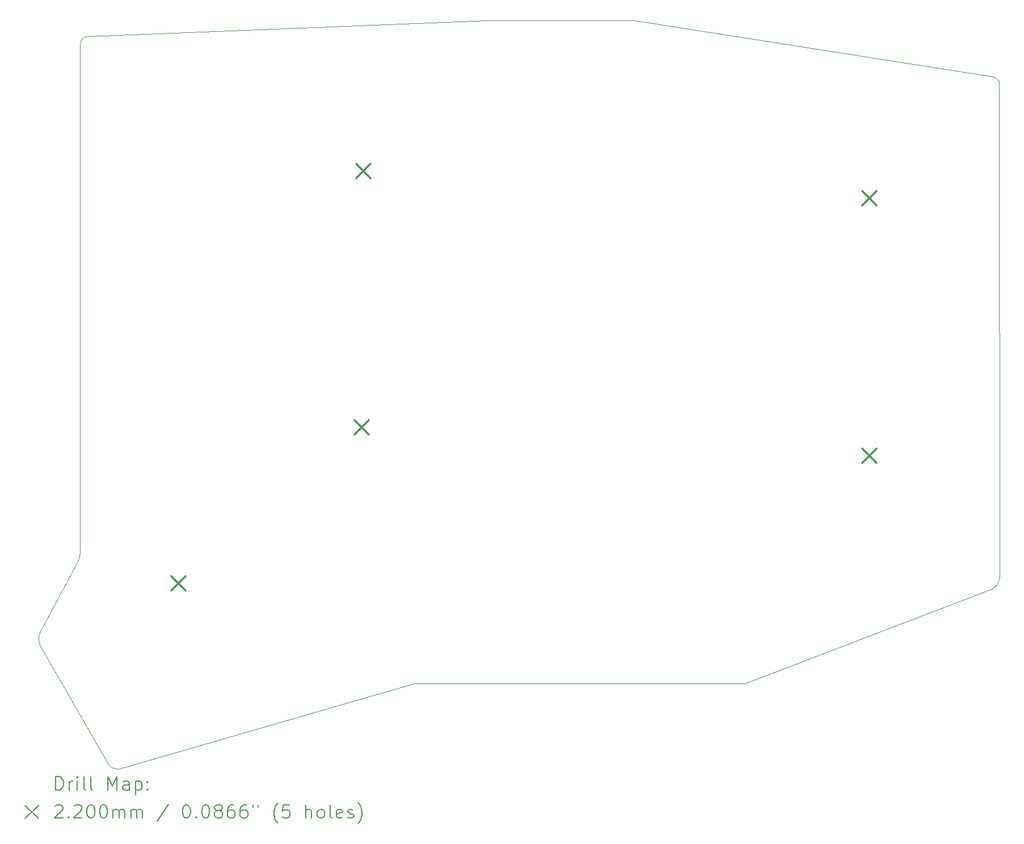
<source format=gbr>
%FSLAX45Y45*%
G04 Gerber Fmt 4.5, Leading zero omitted, Abs format (unit mm)*
G04 Created by KiCad (PCBNEW (6.0.5)) date 2022-12-06 20:45:59*
%MOMM*%
%LPD*%
G01*
G04 APERTURE LIST*
%TA.AperFunction,Profile*%
%ADD10C,0.100000*%
%TD*%
%TA.AperFunction,Profile*%
%ADD11C,0.110000*%
%TD*%
%ADD12C,0.200000*%
%ADD13C,0.220000*%
G04 APERTURE END LIST*
D10*
X22538108Y-4400141D02*
X22546748Y-4418227D01*
X9264720Y-14620360D02*
X8239720Y-12840360D01*
X17104720Y-3500360D02*
X22457264Y-4344875D01*
X8837246Y-11440360D02*
X8829720Y-11505360D01*
X9344720Y-14665360D02*
X9399720Y-14675360D01*
X8224720Y-12790360D02*
X8219720Y-12730360D01*
X9299720Y-14650360D02*
X9344720Y-14665360D01*
X22477431Y-4350038D02*
X22495907Y-4358507D01*
X22450421Y-11987526D02*
X18759720Y-13400360D01*
X8829720Y-11505360D02*
X8809720Y-11565360D01*
X8219720Y-12730360D02*
X8219720Y-12690360D01*
X9264720Y-14620360D02*
X9299720Y-14650360D01*
X22457264Y-4344875D02*
X22477431Y-4350038D01*
X22554038Y-4458550D02*
X22557620Y-11810360D01*
X22552158Y-4437817D02*
X22554038Y-4458550D01*
X8229720Y-12640360D02*
X8809720Y-11565360D01*
X22546748Y-4418227D02*
X22552158Y-4437817D01*
X14909720Y-3500360D02*
X8952462Y-3741306D01*
X13825133Y-13400360D02*
X18759720Y-13400360D01*
X8239720Y-12840360D02*
X8224720Y-12790360D01*
X8219720Y-12690360D02*
X8229720Y-12640360D01*
X13825133Y-13400360D02*
X9399720Y-14675360D01*
X22512382Y-4369920D02*
X22526552Y-4383918D01*
X14909720Y-3500360D02*
X17104720Y-3500360D01*
X22526552Y-4383918D02*
X22538108Y-4400141D01*
X8837246Y-11440360D02*
X8837262Y-3856509D01*
X22495907Y-4358507D02*
X22512382Y-4369920D01*
X8837262Y-3856509D02*
X8839602Y-3833292D01*
D11*
X22450422Y-11987527D02*
G75*
G03*
X22557620Y-11810360I-92672J177087D01*
G01*
D10*
X8907620Y-3750360D02*
X8929244Y-3743647D01*
X8871002Y-3775049D02*
X8888052Y-3760981D01*
X8888052Y-3760981D02*
X8907620Y-3750360D01*
X8839602Y-3833292D02*
X8846314Y-3811667D01*
X8856935Y-3792098D02*
X8871002Y-3775049D01*
X8929244Y-3743647D02*
X8952462Y-3741306D01*
X8846314Y-3811667D02*
X8856935Y-3792098D01*
D12*
D13*
X10190000Y-11790000D02*
X10410000Y-12010000D01*
X10410000Y-11790000D02*
X10190000Y-12010000D01*
X12925500Y-9467500D02*
X13145500Y-9687500D01*
X13145500Y-9467500D02*
X12925500Y-9687500D01*
X12945500Y-5639500D02*
X13165500Y-5859500D01*
X13165500Y-5639500D02*
X12945500Y-5859500D01*
X20499720Y-6040360D02*
X20719720Y-6260360D01*
X20719720Y-6040360D02*
X20499720Y-6260360D01*
X20499720Y-9890360D02*
X20719720Y-10110360D01*
X20719720Y-9890360D02*
X20499720Y-10110360D01*
D12*
X8472339Y-14990836D02*
X8472339Y-14790836D01*
X8519958Y-14790836D01*
X8548530Y-14800360D01*
X8567577Y-14819408D01*
X8577101Y-14838455D01*
X8586625Y-14876550D01*
X8586625Y-14905122D01*
X8577101Y-14943217D01*
X8567577Y-14962265D01*
X8548530Y-14981312D01*
X8519958Y-14990836D01*
X8472339Y-14990836D01*
X8672339Y-14990836D02*
X8672339Y-14857503D01*
X8672339Y-14895598D02*
X8681863Y-14876550D01*
X8691387Y-14867027D01*
X8710434Y-14857503D01*
X8729482Y-14857503D01*
X8796149Y-14990836D02*
X8796149Y-14857503D01*
X8796149Y-14790836D02*
X8786625Y-14800360D01*
X8796149Y-14809884D01*
X8805672Y-14800360D01*
X8796149Y-14790836D01*
X8796149Y-14809884D01*
X8919958Y-14990836D02*
X8900910Y-14981312D01*
X8891387Y-14962265D01*
X8891387Y-14790836D01*
X9024720Y-14990836D02*
X9005672Y-14981312D01*
X8996149Y-14962265D01*
X8996149Y-14790836D01*
X9253291Y-14990836D02*
X9253291Y-14790836D01*
X9319958Y-14933693D01*
X9386625Y-14790836D01*
X9386625Y-14990836D01*
X9567577Y-14990836D02*
X9567577Y-14886074D01*
X9558053Y-14867027D01*
X9539006Y-14857503D01*
X9500910Y-14857503D01*
X9481863Y-14867027D01*
X9567577Y-14981312D02*
X9548530Y-14990836D01*
X9500910Y-14990836D01*
X9481863Y-14981312D01*
X9472339Y-14962265D01*
X9472339Y-14943217D01*
X9481863Y-14924169D01*
X9500910Y-14914646D01*
X9548530Y-14914646D01*
X9567577Y-14905122D01*
X9662815Y-14857503D02*
X9662815Y-15057503D01*
X9662815Y-14867027D02*
X9681863Y-14857503D01*
X9719958Y-14857503D01*
X9739006Y-14867027D01*
X9748530Y-14876550D01*
X9758053Y-14895598D01*
X9758053Y-14952741D01*
X9748530Y-14971788D01*
X9739006Y-14981312D01*
X9719958Y-14990836D01*
X9681863Y-14990836D01*
X9662815Y-14981312D01*
X9843768Y-14971788D02*
X9853291Y-14981312D01*
X9843768Y-14990836D01*
X9834244Y-14981312D01*
X9843768Y-14971788D01*
X9843768Y-14990836D01*
X9843768Y-14867027D02*
X9853291Y-14876550D01*
X9843768Y-14886074D01*
X9834244Y-14876550D01*
X9843768Y-14867027D01*
X9843768Y-14886074D01*
X8014720Y-15220360D02*
X8214720Y-15420360D01*
X8214720Y-15220360D02*
X8014720Y-15420360D01*
X8462815Y-15229884D02*
X8472339Y-15220360D01*
X8491387Y-15210836D01*
X8539006Y-15210836D01*
X8558053Y-15220360D01*
X8567577Y-15229884D01*
X8577101Y-15248931D01*
X8577101Y-15267979D01*
X8567577Y-15296550D01*
X8453291Y-15410836D01*
X8577101Y-15410836D01*
X8662815Y-15391788D02*
X8672339Y-15401312D01*
X8662815Y-15410836D01*
X8653291Y-15401312D01*
X8662815Y-15391788D01*
X8662815Y-15410836D01*
X8748530Y-15229884D02*
X8758053Y-15220360D01*
X8777101Y-15210836D01*
X8824720Y-15210836D01*
X8843768Y-15220360D01*
X8853291Y-15229884D01*
X8862815Y-15248931D01*
X8862815Y-15267979D01*
X8853291Y-15296550D01*
X8739006Y-15410836D01*
X8862815Y-15410836D01*
X8986625Y-15210836D02*
X9005672Y-15210836D01*
X9024720Y-15220360D01*
X9034244Y-15229884D01*
X9043768Y-15248931D01*
X9053291Y-15287027D01*
X9053291Y-15334646D01*
X9043768Y-15372741D01*
X9034244Y-15391788D01*
X9024720Y-15401312D01*
X9005672Y-15410836D01*
X8986625Y-15410836D01*
X8967577Y-15401312D01*
X8958053Y-15391788D01*
X8948530Y-15372741D01*
X8939006Y-15334646D01*
X8939006Y-15287027D01*
X8948530Y-15248931D01*
X8958053Y-15229884D01*
X8967577Y-15220360D01*
X8986625Y-15210836D01*
X9177101Y-15210836D02*
X9196149Y-15210836D01*
X9215196Y-15220360D01*
X9224720Y-15229884D01*
X9234244Y-15248931D01*
X9243768Y-15287027D01*
X9243768Y-15334646D01*
X9234244Y-15372741D01*
X9224720Y-15391788D01*
X9215196Y-15401312D01*
X9196149Y-15410836D01*
X9177101Y-15410836D01*
X9158053Y-15401312D01*
X9148530Y-15391788D01*
X9139006Y-15372741D01*
X9129482Y-15334646D01*
X9129482Y-15287027D01*
X9139006Y-15248931D01*
X9148530Y-15229884D01*
X9158053Y-15220360D01*
X9177101Y-15210836D01*
X9329482Y-15410836D02*
X9329482Y-15277503D01*
X9329482Y-15296550D02*
X9339006Y-15287027D01*
X9358053Y-15277503D01*
X9386625Y-15277503D01*
X9405672Y-15287027D01*
X9415196Y-15306074D01*
X9415196Y-15410836D01*
X9415196Y-15306074D02*
X9424720Y-15287027D01*
X9443768Y-15277503D01*
X9472339Y-15277503D01*
X9491387Y-15287027D01*
X9500910Y-15306074D01*
X9500910Y-15410836D01*
X9596149Y-15410836D02*
X9596149Y-15277503D01*
X9596149Y-15296550D02*
X9605672Y-15287027D01*
X9624720Y-15277503D01*
X9653291Y-15277503D01*
X9672339Y-15287027D01*
X9681863Y-15306074D01*
X9681863Y-15410836D01*
X9681863Y-15306074D02*
X9691387Y-15287027D01*
X9710434Y-15277503D01*
X9739006Y-15277503D01*
X9758053Y-15287027D01*
X9767577Y-15306074D01*
X9767577Y-15410836D01*
X10158053Y-15201312D02*
X9986625Y-15458455D01*
X10415196Y-15210836D02*
X10434244Y-15210836D01*
X10453291Y-15220360D01*
X10462815Y-15229884D01*
X10472339Y-15248931D01*
X10481863Y-15287027D01*
X10481863Y-15334646D01*
X10472339Y-15372741D01*
X10462815Y-15391788D01*
X10453291Y-15401312D01*
X10434244Y-15410836D01*
X10415196Y-15410836D01*
X10396149Y-15401312D01*
X10386625Y-15391788D01*
X10377101Y-15372741D01*
X10367577Y-15334646D01*
X10367577Y-15287027D01*
X10377101Y-15248931D01*
X10386625Y-15229884D01*
X10396149Y-15220360D01*
X10415196Y-15210836D01*
X10567577Y-15391788D02*
X10577101Y-15401312D01*
X10567577Y-15410836D01*
X10558053Y-15401312D01*
X10567577Y-15391788D01*
X10567577Y-15410836D01*
X10700910Y-15210836D02*
X10719958Y-15210836D01*
X10739006Y-15220360D01*
X10748530Y-15229884D01*
X10758053Y-15248931D01*
X10767577Y-15287027D01*
X10767577Y-15334646D01*
X10758053Y-15372741D01*
X10748530Y-15391788D01*
X10739006Y-15401312D01*
X10719958Y-15410836D01*
X10700910Y-15410836D01*
X10681863Y-15401312D01*
X10672339Y-15391788D01*
X10662815Y-15372741D01*
X10653291Y-15334646D01*
X10653291Y-15287027D01*
X10662815Y-15248931D01*
X10672339Y-15229884D01*
X10681863Y-15220360D01*
X10700910Y-15210836D01*
X10881863Y-15296550D02*
X10862815Y-15287027D01*
X10853291Y-15277503D01*
X10843768Y-15258455D01*
X10843768Y-15248931D01*
X10853291Y-15229884D01*
X10862815Y-15220360D01*
X10881863Y-15210836D01*
X10919958Y-15210836D01*
X10939006Y-15220360D01*
X10948530Y-15229884D01*
X10958053Y-15248931D01*
X10958053Y-15258455D01*
X10948530Y-15277503D01*
X10939006Y-15287027D01*
X10919958Y-15296550D01*
X10881863Y-15296550D01*
X10862815Y-15306074D01*
X10853291Y-15315598D01*
X10843768Y-15334646D01*
X10843768Y-15372741D01*
X10853291Y-15391788D01*
X10862815Y-15401312D01*
X10881863Y-15410836D01*
X10919958Y-15410836D01*
X10939006Y-15401312D01*
X10948530Y-15391788D01*
X10958053Y-15372741D01*
X10958053Y-15334646D01*
X10948530Y-15315598D01*
X10939006Y-15306074D01*
X10919958Y-15296550D01*
X11129482Y-15210836D02*
X11091387Y-15210836D01*
X11072339Y-15220360D01*
X11062815Y-15229884D01*
X11043768Y-15258455D01*
X11034244Y-15296550D01*
X11034244Y-15372741D01*
X11043768Y-15391788D01*
X11053291Y-15401312D01*
X11072339Y-15410836D01*
X11110434Y-15410836D01*
X11129482Y-15401312D01*
X11139006Y-15391788D01*
X11148530Y-15372741D01*
X11148530Y-15325122D01*
X11139006Y-15306074D01*
X11129482Y-15296550D01*
X11110434Y-15287027D01*
X11072339Y-15287027D01*
X11053291Y-15296550D01*
X11043768Y-15306074D01*
X11034244Y-15325122D01*
X11319958Y-15210836D02*
X11281863Y-15210836D01*
X11262815Y-15220360D01*
X11253291Y-15229884D01*
X11234244Y-15258455D01*
X11224720Y-15296550D01*
X11224720Y-15372741D01*
X11234244Y-15391788D01*
X11243768Y-15401312D01*
X11262815Y-15410836D01*
X11300910Y-15410836D01*
X11319958Y-15401312D01*
X11329482Y-15391788D01*
X11339006Y-15372741D01*
X11339006Y-15325122D01*
X11329482Y-15306074D01*
X11319958Y-15296550D01*
X11300910Y-15287027D01*
X11262815Y-15287027D01*
X11243768Y-15296550D01*
X11234244Y-15306074D01*
X11224720Y-15325122D01*
X11415196Y-15210836D02*
X11415196Y-15248931D01*
X11491387Y-15210836D02*
X11491387Y-15248931D01*
X11786625Y-15487027D02*
X11777101Y-15477503D01*
X11758053Y-15448931D01*
X11748529Y-15429884D01*
X11739006Y-15401312D01*
X11729482Y-15353693D01*
X11729482Y-15315598D01*
X11739006Y-15267979D01*
X11748529Y-15239408D01*
X11758053Y-15220360D01*
X11777101Y-15191788D01*
X11786625Y-15182265D01*
X11958053Y-15210836D02*
X11862815Y-15210836D01*
X11853291Y-15306074D01*
X11862815Y-15296550D01*
X11881863Y-15287027D01*
X11929482Y-15287027D01*
X11948529Y-15296550D01*
X11958053Y-15306074D01*
X11967577Y-15325122D01*
X11967577Y-15372741D01*
X11958053Y-15391788D01*
X11948529Y-15401312D01*
X11929482Y-15410836D01*
X11881863Y-15410836D01*
X11862815Y-15401312D01*
X11853291Y-15391788D01*
X12205672Y-15410836D02*
X12205672Y-15210836D01*
X12291387Y-15410836D02*
X12291387Y-15306074D01*
X12281863Y-15287027D01*
X12262815Y-15277503D01*
X12234244Y-15277503D01*
X12215196Y-15287027D01*
X12205672Y-15296550D01*
X12415196Y-15410836D02*
X12396148Y-15401312D01*
X12386625Y-15391788D01*
X12377101Y-15372741D01*
X12377101Y-15315598D01*
X12386625Y-15296550D01*
X12396148Y-15287027D01*
X12415196Y-15277503D01*
X12443768Y-15277503D01*
X12462815Y-15287027D01*
X12472339Y-15296550D01*
X12481863Y-15315598D01*
X12481863Y-15372741D01*
X12472339Y-15391788D01*
X12462815Y-15401312D01*
X12443768Y-15410836D01*
X12415196Y-15410836D01*
X12596148Y-15410836D02*
X12577101Y-15401312D01*
X12567577Y-15382265D01*
X12567577Y-15210836D01*
X12748529Y-15401312D02*
X12729482Y-15410836D01*
X12691387Y-15410836D01*
X12672339Y-15401312D01*
X12662815Y-15382265D01*
X12662815Y-15306074D01*
X12672339Y-15287027D01*
X12691387Y-15277503D01*
X12729482Y-15277503D01*
X12748529Y-15287027D01*
X12758053Y-15306074D01*
X12758053Y-15325122D01*
X12662815Y-15344169D01*
X12834244Y-15401312D02*
X12853291Y-15410836D01*
X12891387Y-15410836D01*
X12910434Y-15401312D01*
X12919958Y-15382265D01*
X12919958Y-15372741D01*
X12910434Y-15353693D01*
X12891387Y-15344169D01*
X12862815Y-15344169D01*
X12843768Y-15334646D01*
X12834244Y-15315598D01*
X12834244Y-15306074D01*
X12843768Y-15287027D01*
X12862815Y-15277503D01*
X12891387Y-15277503D01*
X12910434Y-15287027D01*
X12986625Y-15487027D02*
X12996148Y-15477503D01*
X13015196Y-15448931D01*
X13024720Y-15429884D01*
X13034244Y-15401312D01*
X13043768Y-15353693D01*
X13043768Y-15315598D01*
X13034244Y-15267979D01*
X13024720Y-15239408D01*
X13015196Y-15220360D01*
X12996148Y-15191788D01*
X12986625Y-15182265D01*
M02*

</source>
